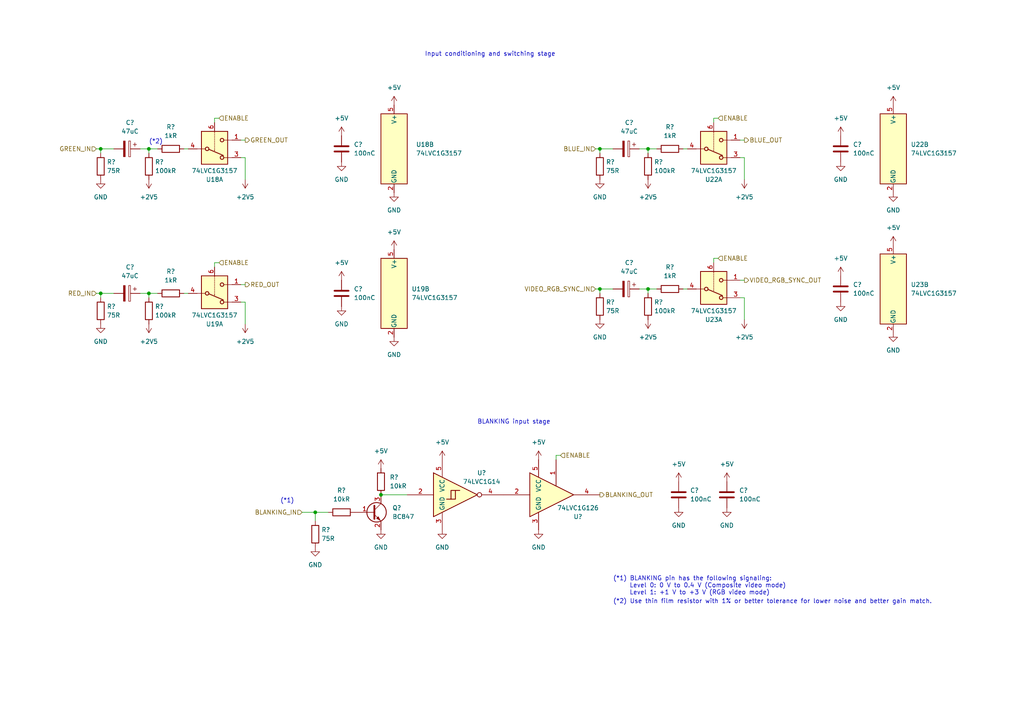
<source format=kicad_sch>
(kicad_sch (version 20230121) (generator eeschema)
  (paper "A4")
  (lib_symbols
    (symbol "74xGxx:74AHC1G126"
      (property "Reference" "U" (at -2.54 3.81 0))
      (property "Value" "74AHC1G126" (at 0 -3.81 0))
      (symbol "74AHC1G126_0_1"
        (polyline (pts (xy -7.62 6.35) (xy -7.62 -6.35) (xy 5.08 0) (xy -7.62 6.35)) (stroke (width 0.254)) (fill (type background)))
      )
      (symbol "74AHC1G126_1_1"
        (pin input line (at 0 10.16 270) (length 7.62) (name "~") (number "1"))
        (pin input line (at -15.24 0 0) (length 7.62) (name "~") (number "2"))
        (pin power_in line (at -5.08 -10.16 90) (length 5.08) (name "GND") (number "3"))
        (pin tri_state line (at 12.7 0 180) (length 7.62) (name "~") (number "4"))
        (pin power_in line (at -5.08 10.16 270) (length 5.08) (name "VCC") (number "5"))
      )
    )
    (symbol "74xGxx:74AHCT1G14"
      (property "Reference" "U" (at -2.54 3.81 0))
      (property "Value" "74AHCT1G14" (at 0 -3.81 0))
      (symbol "74AHCT1G14_0_1"
        (polyline (pts (xy -2.54 -1.27) (xy -1.27 -1.27) (xy -1.27 1.27)) (stroke (width 0.254)) (fill (type background)))
        (polyline (pts (xy -7.62 6.35) (xy -7.62 -6.35) (xy 5.08 0) (xy -7.62 6.35)) (stroke (width 0.254)) (fill (type background)))
        (polyline (pts (xy -3.81 -1.27) (xy -2.54 -1.27) (xy -2.54 1.27) (xy 0 1.27)) (stroke (width 0.254)) (fill (type background)))
      )
      (symbol "74AHCT1G14_1_1"
        (pin input line (at -15.24 0 0) (length 7.62) (name "~") (number "2"))
        (pin power_in line (at -5.08 -10.16 90) (length 5.08) (name "GND") (number "3"))
        (pin output inverted (at 12.7 0 180) (length 7.62) (name "~") (number "4"))
        (pin power_in line (at -5.08 10.16 270) (length 5.08) (name "VCC") (number "5"))
      )
    )
    (symbol "Analog_Switch:TS5A63157DBV" (pin_names (offset 0.127))
      (property "Reference" "U" (at -3.175 4.699 0))
      (property "Value" "TS5A63157DBV" (at -3.175 2.921 0))
      (symbol "TS5A63157DBV_1_1"
        (rectangle (start -3.81 1.905) (end 3.81 -7.62) (stroke (width 0.254)) (fill (type background)))
        (circle (center -2.159 -2.54) (radius 0.508) (stroke (width 0.254)))
        (polyline (pts (xy -5.08 -2.54) (xy -2.794 -2.54)))
        (polyline (pts (xy -1.651 -2.413) (xy 2.54 -0.635)) (stroke (width 0.254)))
        (polyline (pts (xy 0 -7.62) (xy 0 -7.112)))
        (polyline (pts (xy 0 -6.858) (xy 0 -6.604)))
        (polyline (pts (xy 0 -6.35) (xy 0 -6.096)))
        (polyline (pts (xy 0 -5.842) (xy 0 -5.588)))
        (polyline (pts (xy 0 -5.334) (xy 0 -5.08)))
        (polyline (pts (xy 0 -4.826) (xy 0 -4.572)))
        (polyline (pts (xy 0 -4.318) (xy 0 -4.064)))
        (polyline (pts (xy 0 -3.81) (xy 0 -3.556)))
        (polyline (pts (xy 0 -3.302) (xy 0 -3.048)))
        (polyline (pts (xy 0 -2.794) (xy 0 -2.54)))
        (polyline (pts (xy 0 -2.286) (xy 0 -2.032)))
        (polyline (pts (xy 0 -2.286) (xy 0 -2.032)))
        (polyline (pts (xy 5.08 -5.08) (xy 2.794 -5.08)))
        (polyline (pts (xy 5.08 0) (xy 2.794 0)))
        (circle (center 2.159 -5.08) (radius 0.508) (stroke (width 0.254)))
        (circle (center 2.159 0) (radius 0.508) (stroke (width 0.254)))
        (pin passive line (at 7.62 -5.08 180) (length 2.54) (name "~") (number "1"))
        (pin passive line (at 7.62 0 180) (length 2.54) (name "~") (number "3"))
        (pin passive line (at -7.62 -2.54 0) (length 2.54) (name "~") (number "4"))
        (pin input line (at 0 -10.16 90) (length 2.54) (name "~") (number "6"))
      )
      (symbol "TS5A63157DBV_2_0"
        (pin power_in line (at 0 -12.7 90) (length 2.54) (name "GND") (number "2"))
        (pin power_in line (at 0 12.7 270) (length 2.54) (name "V+") (number "5"))
      )
      (symbol "TS5A63157DBV_2_1"
        (rectangle (start -3.81 10.16) (end 3.81 -10.16) (stroke (width 0.254)) (fill (type background)))
      )
    )
    (symbol "Device:C" (pin_numbers hide) (pin_names (offset 0.254))
      (property "Reference" "C" (at 0.635 2.54 0))
      (property "Value" "C" (at 0.635 -2.54 0))
      (symbol "C_0_1"
        (polyline (pts (xy -2.032 -0.762) (xy 2.032 -0.762)) (stroke (width 0.508)))
        (polyline (pts (xy -2.032 0.762) (xy 2.032 0.762)) (stroke (width 0.508)))
      )
      (symbol "C_1_1"
        (pin passive line (at 0 3.81 270) (length 2.794) (name "~") (number "1"))
        (pin passive line (at 0 -3.81 90) (length 2.794) (name "~") (number "2"))
      )
    )
    (symbol "Device:C_Polarized" (pin_numbers hide) (pin_names (offset 0.254))
      (property "Reference" "C" (at 0.635 2.54 0))
      (property "Value" "C_Polarized" (at 0.635 -2.54 0))
      (symbol "C_Polarized_0_1"
        (rectangle (start -2.286 0.508) (end 2.286 1.016))
        (polyline (pts (xy -1.778 2.286) (xy -0.762 2.286)))
        (polyline (pts (xy -1.27 2.794) (xy -1.27 1.778)))
        (rectangle (start 2.286 -0.508) (end -2.286 -1.016) (fill (type outline)))
      )
      (symbol "C_Polarized_1_1"
        (pin passive line (at 0 3.81 270) (length 2.794) (name "~") (number "1"))
        (pin passive line (at 0 -3.81 90) (length 2.794) (name "~") (number "2"))
      )
    )
    (symbol "Device:R" (pin_numbers hide) (pin_names (offset 0))
      (property "Reference" "R" (at 2.032 0 90))
      (property "Value" "R" (at 0 0 90))
      (symbol "R_0_1"
        (rectangle (start -1.016 -2.54) (end 1.016 2.54) (stroke (width 0.254)))
      )
      (symbol "R_1_1"
        (pin passive line (at 0 3.81 270) (length 1.27) (name "~") (number "1"))
        (pin passive line (at 0 -3.81 90) (length 1.27) (name "~") (number "2"))
      )
    )
    (symbol "Transistor_BJT:BC847" (pin_names (offset 0) hide)
      (property "Reference" "Q" (at 5.08 1.905 0))
      (property "Value" "BC847" (at 5.08 0 0))
      (symbol "BC847_0_1"
        (polyline (pts (xy 0.635 0.635) (xy 2.54 2.54)))
        (polyline (pts (xy 0.635 -0.635) (xy 2.54 -2.54) (xy 2.54 -2.54)))
        (polyline (pts (xy 0.635 1.905) (xy 0.635 -1.905) (xy 0.635 -1.905)) (stroke (width 0.508)))
        (polyline (pts (xy 1.27 -1.778) (xy 1.778 -1.27) (xy 2.286 -2.286) (xy 1.27 -1.778) (xy 1.27 -1.778)) (fill (type outline)))
        (circle (center 1.27 0) (radius 2.8194) (stroke (width 0.254)))
      )
      (symbol "BC847_1_1"
        (pin input line (at -5.08 0 0) (length 5.715) (name "B") (number "1"))
        (pin passive line (at 2.54 -5.08 90) (length 2.54) (name "E") (number "2"))
        (pin passive line (at 2.54 5.08 270) (length 2.54) (name "C") (number "3"))
      )
    )
    (symbol "power:+2V5" (power) (pin_names (offset 0))
      (property "Value" "+2V5" (at 0 3.556 0))
      (symbol "+2V5_0_1"
        (polyline (pts (xy -0.762 1.27) (xy 0 2.54)))
        (polyline (pts (xy 0 0) (xy 0 2.54)))
        (polyline (pts (xy 0 2.54) (xy 0.762 1.27)))
      )
      (symbol "+2V5_1_1"
        (pin power_in line (at 0 0 90) (length 0) hide (name "+2V5") (number "1"))
      )
    )
    (symbol "power:+5V" (power) (pin_names (offset 0))
      (property "Value" "+5V" (at 0 3.556 0))
      (symbol "+5V_0_1"
        (polyline (pts (xy -0.762 1.27) (xy 0 2.54)))
        (polyline (pts (xy 0 0) (xy 0 2.54)))
        (polyline (pts (xy 0 2.54) (xy 0.762 1.27)))
      )
      (symbol "+5V_1_1"
        (pin power_in line (at 0 0 90) (length 0) hide (name "+5V") (number "1"))
      )
    )
    (symbol "power:GND" (power) (pin_names (offset 0))
      (property "Value" "GND" (at 0 -3.81 0))
      (symbol "GND_0_1"
        (polyline (pts (xy 0 0) (xy 0 -1.27) (xy 1.27 -1.27) (xy 0 -2.54) (xy -1.27 -1.27) (xy 0 -1.27)))
      )
      (symbol "GND_1_1"
        (pin power_in line (at 0 0 270) (length 0) hide (name "GND") (number "1"))
      )
    )
  )
  (junction (at 43.18 85.09))
  (junction (at 43.18 43.18))
  (junction (at 29.21 43.18))
  (junction (at 187.96 43.18))
  (junction (at 187.96 83.82))
  (junction (at 91.44 148.59))
  (junction (at 173.99 83.82))
  (junction (at 173.99 43.18))
  (junction (at 29.21 85.09))
  (junction (at 110.49 143.51))
  (wire (pts (xy 214.63 45.72) (xy 215.9 45.72)))
  (wire (pts (xy 187.96 43.18) (xy 190.5 43.18)))
  (wire (pts (xy 172.72 83.82) (xy 173.99 83.82)))
  (wire (pts (xy 29.21 85.09) (xy 29.21 86.36)))
  (wire (pts (xy 62.23 76.2) (xy 63.5 76.2)))
  (wire (pts (xy 43.18 85.09) (xy 43.18 86.36)))
  (wire (pts (xy 187.96 83.82) (xy 187.96 85.09)))
  (wire (pts (xy 27.94 43.18) (xy 29.21 43.18)))
  (wire (pts (xy 110.49 143.51) (xy 118.11 143.51)))
  (wire (pts (xy 185.42 83.82) (xy 187.96 83.82)))
  (wire (pts (xy 207.01 74.93) (xy 207.01 76.2)))
  (wire (pts (xy 173.99 83.82) (xy 177.8 83.82)))
  (wire (pts (xy 207.01 34.29) (xy 207.01 35.56)))
  (wire (pts (xy 95.25 148.59) (xy 91.44 148.59)))
  (wire (pts (xy 162.56 132.08) (xy 161.29 132.08)))
  (wire (pts (xy 173.99 43.18) (xy 177.8 43.18)))
  (wire (pts (xy 40.64 85.09) (xy 43.18 85.09)))
  (wire (pts (xy 43.18 43.18) (xy 43.18 44.45)))
  (wire (pts (xy 69.85 45.72) (xy 71.12 45.72)))
  (wire (pts (xy 71.12 45.72) (xy 71.12 52.07)))
  (wire (pts (xy 53.34 43.18) (xy 54.61 43.18)))
  (wire (pts (xy 43.18 85.09) (xy 45.72 85.09)))
  (wire (pts (xy 215.9 45.72) (xy 215.9 52.07)))
  (wire (pts (xy 173.99 43.18) (xy 173.99 44.45)))
  (wire (pts (xy 173.99 83.82) (xy 173.99 85.09)))
  (wire (pts (xy 27.94 85.09) (xy 29.21 85.09)))
  (wire (pts (xy 185.42 43.18) (xy 187.96 43.18)))
  (wire (pts (xy 215.9 86.36) (xy 215.9 92.71)))
  (wire (pts (xy 62.23 34.29) (xy 62.23 35.56)))
  (wire (pts (xy 187.96 43.18) (xy 187.96 44.45)))
  (wire (pts (xy 29.21 85.09) (xy 33.02 85.09)))
  (wire (pts (xy 69.85 40.64) (xy 71.12 40.64)))
  (wire (pts (xy 198.12 43.18) (xy 199.39 43.18)))
  (wire (pts (xy 40.64 43.18) (xy 43.18 43.18)))
  (wire (pts (xy 214.63 40.64) (xy 215.9 40.64)))
  (wire (pts (xy 29.21 43.18) (xy 33.02 43.18)))
  (wire (pts (xy 161.29 132.08) (xy 161.29 133.35)))
  (wire (pts (xy 87.63 148.59) (xy 91.44 148.59)))
  (wire (pts (xy 187.96 83.82) (xy 190.5 83.82)))
  (wire (pts (xy 62.23 34.29) (xy 63.5 34.29)))
  (wire (pts (xy 69.85 87.63) (xy 71.12 87.63)))
  (wire (pts (xy 214.63 81.28) (xy 215.9 81.28)))
  (wire (pts (xy 172.72 43.18) (xy 173.99 43.18)))
  (wire (pts (xy 62.23 76.2) (xy 62.23 77.47)))
  (wire (pts (xy 207.01 74.93) (xy 208.28 74.93)))
  (wire (pts (xy 214.63 86.36) (xy 215.9 86.36)))
  (wire (pts (xy 43.18 43.18) (xy 45.72 43.18)))
  (wire (pts (xy 71.12 87.63) (xy 71.12 93.98)))
  (wire (pts (xy 29.21 43.18) (xy 29.21 44.45)))
  (wire (pts (xy 91.44 148.59) (xy 91.44 151.13)))
  (wire (pts (xy 198.12 83.82) (xy 199.39 83.82)))
  (wire (pts (xy 207.01 34.29) (xy 208.28 34.29)))
  (wire (pts (xy 69.85 82.55) (xy 71.12 82.55)))
  (wire (pts (xy 53.34 85.09) (xy 54.61 85.09)))
  (text "Input conditioning and switching stage" (at 123.19 16.51 0) (effects (font (size 1.27 1.27)) (justify left bottom)))
  (text "(*1)" (at 81.28 146.05 0) (effects (font (size 1.27 1.27)) (justify left bottom)))
  (text "(*2) Use thin film resistor with 1% or better tolerance for lower noise and better gain match." (at 177.8 175.26 0) (effects (font (size 1.27 1.27)) (justify left bottom)))
  (text "(*2)" (at 43.18 41.91 0) (effects (font (size 1.27 1.27)) (justify left bottom)))
  (text "(*1) BLANKING pin has the following signaling:\n	Level 0: 0 V to 0.4 V (Composite video mode)\n	Level 1: +1 V to +3 V (RGB video mode)" (at 177.8 172.72 0) (effects (font (size 1.27 1.27)) (justify left bottom)))
  (text "BLANKING input stage" (at 138.43 123.19 0) (effects (font (size 1.27 1.27)) (justify left bottom)))
  (hierarchical_label "ENABLE" (shape input) (at 63.5 34.29 0))
  (hierarchical_label "RED_OUT" (shape output) (at 71.12 82.55 0))
  (hierarchical_label "RED_IN" (shape input) (at 27.94 85.09 180))
  (hierarchical_label "GREEN_OUT" (shape output) (at 71.12 40.64 0))
  (hierarchical_label "BLANKING_OUT" (shape output) (at 173.99 143.51 0))
  (hierarchical_label "ENABLE" (shape input) (at 208.28 74.93 0))
  (hierarchical_label "ENABLE" (shape input) (at 162.56 132.08 0))
  (hierarchical_label "BLUE_OUT" (shape output) (at 215.9 40.64 0))
  (hierarchical_label "BLANKING_IN" (shape input) (at 87.63 148.59 180))
  (hierarchical_label "VIDEO_RGB_SYNC_OUT" (shape output) (at 215.9 81.28 0))
  (hierarchical_label "ENABLE" (shape input) (at 63.5 76.2 0))
  (hierarchical_label "GREEN_IN" (shape input) (at 27.94 43.18 180))
  (hierarchical_label "ENABLE" (shape input) (at 208.28 34.29 0))
  (hierarchical_label "VIDEO_RGB_SYNC_IN" (shape input) (at 172.72 83.82 180))
  (hierarchical_label "BLUE_IN" (shape input) (at 172.72 43.18 180))
  (symbol (lib_id "power:+2V5") (at 71.12 52.07 180) (unit 1)
    (property "Reference" "#PWR0144" (effects hide))
    (property "Value" "+2V5" (at 71.12 57.15 0))
    (instances (project "SCART_switcher_input" (path "" (reference "#PWR0144") (unit 1)) (path "" (reference "#PWR0183") (unit 1)) (path "" (reference "#PWR0239") (unit 1))))
  )
  (symbol (lib_id "power:+5V") (at 110.49 135.89 0) (unit 1)
    (property "Reference" "#PWR?" (effects hide))
    (property "Value" "+5V" (at 110.49 130.81 0))
    (instances (project "SCART_switcher_input" (path "" (reference "#PWR?") (unit 1)) (path "" (reference "#PWR?") (unit 1)) (path "" (reference "#PWR?") (unit 1)) (path "" (reference "#PWR0151") (unit 1)) (path "" (reference "#PWR0190") (unit 1)) (path "" (reference "#PWR0246") (unit 1))))
  )
  (symbol (lib_id "Device:R") (at 194.31 83.82 90) (unit 1)
    (property "Reference" "R?" (at 194.31 77.47 90))
    (property "Value" "1kR" (at 194.31 80.01 90))
    (property "Footprint" "Resistor_SMD:R_0805_2012Metric" (effects hide))
    (instances (project "SCART_switcher_input" (path "" (reference "R?") (unit 1)) (path "" (reference "R?") (unit 1)) (path "" (reference "R?") (unit 1)) (path "" (reference "R?") (unit 1)) (path "" (reference "R?") (unit 1)) (path "" (reference "R?") (unit 1)) (path "" (reference "R52") (unit 1)) (path "" (reference "R67") (unit 1)) (path "" (reference "R95") (unit 1))))
  )
  (symbol (lib_id "Device:R") (at 43.18 90.17 0) (unit 1)
    (property "Reference" "R?" (at 44.958 88.9 0) (effects (justify left)))
    (property "Value" "100kR" (at 44.958 91.44 0) (effects (justify left)))
    (property "Footprint" "Resistor_SMD:R_0805_2012Metric" (effects hide))
    (instances (project "SCART_switcher_input" (path "" (reference "R?") (unit 1)) (path "" (reference "R?") (unit 1)) (path "" (reference "R?") (unit 1)) (path "" (reference "R?") (unit 1)) (path "" (reference "R?") (unit 1)) (path "" (reference "R?") (unit 1)) (path "" (reference "R41") (unit 1)) (path "" (reference "R56") (unit 1)) (path "" (reference "R84") (unit 1))))
  )
  (symbol (lib_id "Device:C_Polarized") (at 181.61 83.82 270) (unit 1)
    (property "Reference" "C?" (at 182.499 76.2 90))
    (property "Value" "47uC" (at 182.499 78.74 90))
    (property "Footprint" "Capacitor_SMD:CP_Elec_4x5.8" (effects hide))
    (property "Datasheet" "https://datasheet.lcsc.com/lcsc/2304140030_PANASONIC-EEEFK1C470SR_C401706.pdf" (effects hide))
    (property "MPN" "EEEFK1C470SR" (effects hide))
    (property "Status" "OK" (effects hide))
    (instances (project "SCART_switcher_input" (path "" (reference "C?") (unit 1)) (path "" (reference "C?") (unit 1)) (path "" (reference "C?") (unit 1)) (path "" (reference "C29") (unit 1)) (path "" (reference "C39") (unit 1)) (path "" (reference "C54") (unit 1))))
  )
  (symbol (lib_id "power:GND") (at 210.82 147.32 0) (unit 1)
    (property "Reference" "#PWR?" (effects hide))
    (property "Value" "GND" (at 210.82 152.4 0))
    (instances (project "SCART_switcher_input" (path "" (reference "#PWR?") (unit 1)) (path "" (reference "#PWR?") (unit 1)) (path "" (reference "#PWR?") (unit 1)) (path "" (reference "#PWR0168") (unit 1)) (path "" (reference "#PWR0207") (unit 1)) (path "" (reference "#PWR0263") (unit 1))))
  )
  (symbol (lib_id "power:+2V5") (at 187.96 52.07 180) (unit 1)
    (property "Reference" "#PWR0163" (effects hide))
    (property "Value" "+2V5" (at 187.96 57.15 0))
    (instances (project "SCART_switcher_input" (path "" (reference "#PWR0163") (unit 1)) (path "" (reference "#PWR0202") (unit 1)) (path "" (reference "#PWR0258") (unit 1))))
  )
  (symbol (lib_id "power:GND") (at 243.84 87.63 0) (unit 1)
    (property "Reference" "#PWR?" (effects hide))
    (property "Value" "GND" (at 243.84 92.71 0))
    (instances (project "SCART_switcher_input" (path "" (reference "#PWR?") (unit 1)) (path "" (reference "#PWR?") (unit 1)) (path "" (reference "#PWR?") (unit 1)) (path "" (reference "#PWR0174") (unit 1)) (path "" (reference "#PWR0213") (unit 1)) (path "" (reference "#PWR0269") (unit 1))))
  )
  (symbol (lib_id "power:GND") (at 110.49 153.67 0) (unit 1)
    (property "Reference" "#PWR?" (effects hide))
    (property "Value" "GND" (at 110.49 158.75 0))
    (instances (project "SCART_switcher_input" (path "" (reference "#PWR?") (unit 1)) (path "" (reference "#PWR?") (unit 1)) (path "" (reference "#PWR?") (unit 1)) (path "" (reference "#PWR0152") (unit 1)) (path "" (reference "#PWR0191") (unit 1)) (path "" (reference "#PWR0247") (unit 1))))
  )
  (symbol (lib_id "power:+5V") (at 196.85 139.7 0) (unit 1)
    (property "Reference" "#PWR?" (effects hide))
    (property "Value" "+5V" (at 196.85 134.62 0))
    (instances (project "SCART_switcher_input" (path "" (reference "#PWR?") (unit 1)) (path "" (reference "#PWR?") (unit 1)) (path "" (reference "#PWR?") (unit 1)) (path "" (reference "#PWR0165") (unit 1)) (path "" (reference "#PWR0204") (unit 1)) (path "" (reference "#PWR0260") (unit 1))))
  )
  (symbol (lib_id "power:GND") (at 259.08 96.52 0) (unit 1)
    (property "Reference" "#PWR?" (effects hide))
    (property "Value" "GND" (at 259.08 101.6 0))
    (instances (project "SCART_switcher_input" (path "" (reference "#PWR?") (unit 1)) (path "" (reference "#PWR?") (unit 1)) (path "" (reference "#PWR?") (unit 1)) (path "" (reference "#PWR0178") (unit 1)) (path "" (reference "#PWR0217") (unit 1)) (path "" (reference "#PWR0273") (unit 1))))
  )
  (symbol (lib_id "Device:R") (at 110.49 139.7 0) (unit 1)
    (property "Reference" "R?" (at 113.03 138.43 0) (effects (justify left)))
    (property "Value" "10kR" (at 113.03 140.97 0) (effects (justify left)))
    (property "Footprint" "Resistor_SMD:R_0805_2012Metric" (effects hide))
    (property "Datasheet" "https://datasheet.lcsc.com/lcsc/1810201611_YAGEO-RC0805FR-0710KL_C84376.pdf" (effects hide))
    (property "MPN" "RC0805FR-0710KL" (effects hide))
    (instances (project "SCART_switcher_input" (path "" (reference "R?") (unit 1)) (path "" (reference "R?") (unit 1)) (path "" (reference "R?") (unit 1)) (path "" (reference "R46") (unit 1)) (path "" (reference "R61") (unit 1)) (path "" (reference "R89") (unit 1))))
  )
  (symbol (lib_id "Device:R") (at 49.53 85.09 90) (unit 1)
    (property "Reference" "R?" (at 49.53 78.74 90))
    (property "Value" "1kR" (at 49.53 81.28 90))
    (property "Footprint" "Resistor_SMD:R_0805_2012Metric" (effects hide))
    (instances (project "SCART_switcher_input" (path "" (reference "R?") (unit 1)) (path "" (reference "R?") (unit 1)) (path "" (reference "R?") (unit 1)) (path "" (reference "R?") (unit 1)) (path "" (reference "R?") (unit 1)) (path "" (reference "R?") (unit 1)) (path "" (reference "R43") (unit 1)) (path "" (reference "R58") (unit 1)) (path "" (reference "R86") (unit 1))))
  )
  (symbol (lib_id "Device:R") (at 29.21 48.26 0) (unit 1)
    (property "Reference" "R?" (at 30.988 46.99 0) (effects (justify left)))
    (property "Value" "75R" (at 30.988 49.53 0) (effects (justify left)))
    (property "Footprint" "Resistor_SMD:R_1210_3225Metric" (effects hide))
    (instances (project "SCART_switcher_input" (path "" (reference "R?") (unit 1)) (path "" (reference "R?") (unit 1)) (path "" (reference "R?") (unit 1)) (path "" (reference "R38") (unit 1)) (path "" (reference "R53") (unit 1)) (path "" (reference "R81") (unit 1))))
  )
  (symbol (lib_id "power:GND") (at 173.99 52.07 0) (unit 1)
    (property "Reference" "#PWR?" (effects hide))
    (property "Value" "GND" (at 173.99 57.15 0))
    (instances (project "SCART_switcher_input" (path "" (reference "#PWR?") (unit 1)) (path "" (reference "#PWR?") (unit 1)) (path "" (reference "#PWR?") (unit 1)) (path "" (reference "#PWR0161") (unit 1)) (path "" (reference "#PWR0200") (unit 1)) (path "" (reference "#PWR0256") (unit 1))))
  )
  (symbol (lib_id "Analog_Switch:TS5A63157DBV") (at 114.3 43.18 0) (unit 2)
    (property "Reference" "U18" (at 120.65 41.91 0) (effects (justify left)))
    (property "Value" "74LVC1G3157" (at 120.65 44.45 0) (effects (justify left)))
    (property "Footprint" "Package_TO_SOT_SMD:SOT-363_SC-70-6" (effects hide))
    (property "Datasheet" "https://datasheet.lcsc.com/lcsc/1811031937_Texas-Instruments-SN74LVC1G3157DCKR_C38663.pdf" (effects hide))
    (property "MPN" "SN74LVC1G3157DCKR" (effects hide))
    (property "Status" "OK" (effects hide))
    (instances (project "SCART_switcher_input" (path "" (reference "U18") (unit 2)) (path "" (reference "U24") (unit 2)) (path "" (reference "U31") (unit 2))))
  )
  (symbol (lib_id "power:+2V5") (at 215.9 92.71 180) (unit 1)
    (property "Reference" "#PWR0170" (effects hide))
    (property "Value" "+2V5" (at 215.9 97.79 0))
    (instances (project "SCART_switcher_input" (path "" (reference "#PWR0170") (unit 1)) (path "" (reference "#PWR0209") (unit 1)) (path "" (reference "#PWR0265") (unit 1))))
  )
  (symbol (lib_id "power:+5V") (at 99.06 81.28 0) (unit 1)
    (property "Reference" "#PWR?" (effects hide))
    (property "Value" "+5V" (at 99.06 76.2 0))
    (instances (project "SCART_switcher_input" (path "" (reference "#PWR?") (unit 1)) (path "" (reference "#PWR?") (unit 1)) (path "" (reference "#PWR?") (unit 1)) (path "" (reference "#PWR0149") (unit 1)) (path "" (reference "#PWR0188") (unit 1)) (path "" (reference "#PWR0244") (unit 1))))
  )
  (symbol (lib_id "power:+2V5") (at 215.9 52.07 180) (unit 1)
    (property "Reference" "#PWR0169" (effects hide))
    (property "Value" "+2V5" (at 215.9 57.15 0))
    (instances (project "SCART_switcher_input" (path "" (reference "#PWR0169") (unit 1)) (path "" (reference "#PWR0208") (unit 1)) (path "" (reference "#PWR0264") (unit 1))))
  )
  (symbol (lib_id "Device:R") (at 91.44 154.94 0) (unit 1)
    (property "Reference" "R?" (at 93.218 153.67 0) (effects (justify left)))
    (property "Value" "75R" (at 93.218 156.21 0) (effects (justify left)))
    (property "Footprint" "Resistor_SMD:R_1210_3225Metric" (effects hide))
    (instances (project "SCART_switcher_input" (path "" (reference "R?") (unit 1)) (path "" (reference "R?") (unit 1)) (path "" (reference "R?") (unit 1)) (path "" (reference "R44") (unit 1)) (path "" (reference "R59") (unit 1)) (path "" (reference "R87") (unit 1))))
  )
  (symbol (lib_id "power:+5V") (at 114.3 30.48 0) (unit 1)
    (property "Reference" "#PWR?" (effects hide))
    (property "Value" "+5V" (at 114.3 25.4 0))
    (instances (project "SCART_switcher_input" (path "" (reference "#PWR?") (unit 1)) (path "" (reference "#PWR?") (unit 1)) (path "" (reference "#PWR?") (unit 1)) (path "" (reference "#PWR0153") (unit 1)) (path "" (reference "#PWR0192") (unit 1)) (path "" (reference "#PWR0248") (unit 1))))
  )
  (symbol (lib_id "Device:C_Polarized") (at 181.61 43.18 270) (unit 1)
    (property "Reference" "C?" (at 182.499 35.56 90))
    (property "Value" "47uC" (at 182.499 38.1 90))
    (property "Footprint" "Capacitor_SMD:CP_Elec_4x5.8" (effects hide))
    (property "Datasheet" "https://datasheet.lcsc.com/lcsc/2304140030_PANASONIC-EEEFK1C470SR_C401706.pdf" (effects hide))
    (property "MPN" "EEEFK1C470SR" (effects hide))
    (property "Status" "OK" (effects hide))
    (instances (project "SCART_switcher_input" (path "" (reference "C?") (unit 1)) (path "" (reference "C?") (unit 1)) (path "" (reference "C?") (unit 1)) (path "" (reference "C28") (unit 1)) (path "" (reference "C38") (unit 1)) (path "" (reference "C53") (unit 1))))
  )
  (symbol (lib_id "power:GND") (at 29.21 52.07 0) (unit 1)
    (property "Reference" "#PWR?" (effects hide))
    (property "Value" "GND" (at 29.21 57.15 0))
    (instances (project "SCART_switcher_input" (path "" (reference "#PWR?") (unit 1)) (path "" (reference "#PWR?") (unit 1)) (path "" (reference "#PWR?") (unit 1)) (path "" (reference "#PWR0140") (unit 1)) (path "" (reference "#PWR0179") (unit 1)) (path "" (reference "#PWR0235") (unit 1))))
  )
  (symbol (lib_id "Analog_Switch:TS5A63157DBV") (at 62.23 45.72 0) (mirror x) (unit 1)
    (property "Reference" "U18" (at 62.23 52.07 0))
    (property "Value" "74LVC1G3157" (at 62.23 49.53 0))
    (property "Footprint" "Package_TO_SOT_SMD:SOT-363_SC-70-6" (effects hide))
    (property "Datasheet" "https://datasheet.lcsc.com/lcsc/1811031937_Texas-Instruments-SN74LVC1G3157DCKR_C38663.pdf" (effects hide))
    (property "MPN" "SN74LVC1G3157DCKR" (effects hide))
    (property "Status" "OK" (effects hide))
    (instances (project "SCART_switcher_input" (path "" (reference "U18") (unit 1)) (path "" (reference "U24") (unit 1)) (path "" (reference "U31") (unit 1))))
  )
  (symbol (lib_id "Analog_Switch:TS5A63157DBV") (at 259.08 43.18 0) (unit 2)
    (property "Reference" "U22" (at 264.16 41.91 0) (effects (justify left)))
    (property "Value" "74LVC1G3157" (at 264.16 44.45 0) (effects (justify left)))
    (property "Footprint" "Package_TO_SOT_SMD:SOT-363_SC-70-6" (effects hide))
    (property "Datasheet" "https://datasheet.lcsc.com/lcsc/1811031937_Texas-Instruments-SN74LVC1G3157DCKR_C38663.pdf" (effects hide))
    (property "MPN" "SN74LVC1G3157DCKR" (effects hide))
    (property "Status" "OK" (effects hide))
    (instances (project "SCART_switcher_input" (path "" (reference "U22") (unit 2)) (path "" (reference "U28") (unit 2)) (path "" (reference "U35") (unit 2))))
  )
  (symbol (lib_id "power:+2V5") (at 43.18 93.98 180) (unit 1)
    (property "Reference" "#PWR0143" (effects hide))
    (property "Value" "+2V5" (at 43.18 99.06 0))
    (instances (project "SCART_switcher_input" (path "" (reference "#PWR0143") (unit 1)) (path "" (reference "#PWR0182") (unit 1)) (path "" (reference "#PWR0238") (unit 1))))
  )
  (symbol (lib_id "power:+5V") (at 156.21 133.35 0) (unit 1)
    (property "Reference" "#PWR?" (effects hide))
    (property "Value" "+5V" (at 156.21 128.27 0))
    (instances (project "SCART_switcher_input" (path "" (reference "#PWR?") (unit 1)) (path "" (reference "#PWR?") (unit 1)) (path "" (reference "#PWR?") (unit 1)) (path "" (reference "#PWR0159") (unit 1)) (path "" (reference "#PWR0198") (unit 1)) (path "" (reference "#PWR0254") (unit 1))))
  )
  (symbol (lib_id "power:GND") (at 128.27 153.67 0) (unit 1)
    (property "Reference" "#PWR?" (effects hide))
    (property "Value" "GND" (at 128.27 158.75 0))
    (instances (project "SCART_switcher_input" (path "" (reference "#PWR?") (unit 1)) (path "" (reference "#PWR?") (unit 1)) (path "" (reference "#PWR?") (unit 1)) (path "" (reference "#PWR0158") (unit 1)) (path "" (reference "#PWR0197") (unit 1)) (path "" (reference "#PWR0253") (unit 1))))
  )
  (symbol (lib_id "Device:R") (at 173.99 48.26 0) (unit 1)
    (property "Reference" "R?" (at 175.768 46.99 0) (effects (justify left)))
    (property "Value" "75R" (at 175.768 49.53 0) (effects (justify left)))
    (property "Footprint" "Resistor_SMD:R_1210_3225Metric" (effects hide))
    (instances (project "SCART_switcher_input" (path "" (reference "R?") (unit 1)) (path "" (reference "R?") (unit 1)) (path "" (reference "R?") (unit 1)) (path "" (reference "R47") (unit 1)) (path "" (reference "R62") (unit 1)) (path "" (reference "R90") (unit 1))))
  )
  (symbol (lib_id "power:+2V5") (at 71.12 93.98 180) (unit 1)
    (property "Reference" "#PWR0145" (effects hide))
    (property "Value" "+2V5" (at 71.12 99.06 0))
    (instances (project "SCART_switcher_input" (path "" (reference "#PWR0145") (unit 1)) (path "" (reference "#PWR0184") (unit 1)) (path "" (reference "#PWR0240") (unit 1))))
  )
  (symbol (lib_id "Device:R") (at 187.96 88.9 0) (unit 1)
    (property "Reference" "R?" (at 189.738 87.63 0) (effects (justify left)))
    (property "Value" "100kR" (at 189.738 90.17 0) (effects (justify left)))
    (property "Footprint" "Resistor_SMD:R_0805_2012Metric" (effects hide))
    (instances (project "SCART_switcher_input" (path "" (reference "R?") (unit 1)) (path "" (reference "R?") (unit 1)) (path "" (reference "R?") (unit 1)) (path "" (reference "R?") (unit 1)) (path "" (reference "R?") (unit 1)) (path "" (reference "R?") (unit 1)) (path "" (reference "R50") (unit 1)) (path "" (reference "R65") (unit 1)) (path "" (reference "R93") (unit 1))))
  )
  (symbol (lib_id "Device:R") (at 49.53 43.18 90) (unit 1)
    (property "Reference" "R?" (at 49.53 36.83 90))
    (property "Value" "1kR" (at 49.53 39.37 90))
    (property "Footprint" "Resistor_SMD:R_0805_2012Metric" (effects hide))
    (instances (project "SCART_switcher_input" (path "" (reference "R?") (unit 1)) (path "" (reference "R?") (unit 1)) (path "" (reference "R?") (unit 1)) (path "" (reference "R?") (unit 1)) (path "" (reference "R?") (unit 1)) (path "" (reference "R?") (unit 1)) (path "" (reference "R42") (unit 1)) (path "" (reference "R57") (unit 1)) (path "" (reference "R85") (unit 1))))
  )
  (symbol (lib_id "Analog_Switch:TS5A63157DBV") (at 114.3 85.09 0) (unit 2)
    (property "Reference" "U19" (at 119.38 83.82 0) (effects (justify left)))
    (property "Value" "74LVC1G3157" (at 119.38 86.36 0) (effects (justify left)))
    (property "Footprint" "Package_TO_SOT_SMD:SOT-363_SC-70-6" (effects hide))
    (property "Datasheet" "https://datasheet.lcsc.com/lcsc/1811031937_Texas-Instruments-SN74LVC1G3157DCKR_C38663.pdf" (effects hide))
    (property "MPN" "SN74LVC1G3157DCKR" (effects hide))
    (property "Status" "OK" (effects hide))
    (instances (project "SCART_switcher_input" (path "" (reference "U19") (unit 2)) (path "" (reference "U25") (unit 2)) (path "" (reference "U32") (unit 2))))
  )
  (symbol (lib_id "Device:C") (at 99.06 85.09 0) (unit 1)
    (property "Reference" "C?" (at 102.616 83.82 0) (effects (justify left)))
    (property "Value" "100nC" (at 102.616 86.36 0) (effects (justify left)))
    (property "Footprint" "Capacitor_SMD:C_0805_2012Metric" (effects hide))
    (property "Datasheet" "https://datasheet.lcsc.com/lcsc/1810191215_Samsung-Electro-Mechanics-CL21B104KBCNNNC_C1711.pdf" (effects hide))
    (property "MPN" "CL21B104KBCNNNC" (effects hide))
    (instances (project "SCART_switcher_input" (path "" (reference "C?") (unit 1)) (path "" (reference "C?") (unit 1)) (path "" (reference "C?") (unit 1)) (path "" (reference "C27") (unit 1)) (path "" (reference "C37") (unit 1)) (path "" (reference "C52") (unit 1))))
  )
  (symbol (lib_id "Device:C_Polarized") (at 36.83 85.09 270) (unit 1)
    (property "Reference" "C?" (at 37.719 77.47 90))
    (property "Value" "47uC" (at 37.719 80.01 90))
    (property "Footprint" "Capacitor_SMD:CP_Elec_4x5.8" (effects hide))
    (property "Datasheet" "https://datasheet.lcsc.com/lcsc/2304140030_PANASONIC-EEEFK1C470SR_C401706.pdf" (effects hide))
    (property "MPN" "EEEFK1C470SR" (effects hide))
    (property "Status" "OK" (effects hide))
    (instances (project "SCART_switcher_input" (path "" (reference "C?") (unit 1)) (path "" (reference "C?") (unit 1)) (path "" (reference "C?") (unit 1)) (path "" (reference "C25") (unit 1)) (path "" (reference "C35") (unit 1)) (path "" (reference "C50") (unit 1))))
  )
  (symbol (lib_id "power:+5V") (at 210.82 139.7 0) (unit 1)
    (property "Reference" "#PWR?" (effects hide))
    (property "Value" "+5V" (at 210.82 134.62 0))
    (instances (project "SCART_switcher_input" (path "" (reference "#PWR?") (unit 1)) (path "" (reference "#PWR?") (unit 1)) (path "" (reference "#PWR?") (unit 1)) (path "" (reference "#PWR0167") (unit 1)) (path "" (reference "#PWR0206") (unit 1)) (path "" (reference "#PWR0262") (unit 1))))
  )
  (symbol (lib_id "Device:C") (at 196.85 143.51 0) (unit 1)
    (property "Reference" "C?" (at 200.152 142.24 0) (effects (justify left)))
    (property "Value" "100nC" (at 200.152 144.78 0) (effects (justify left)))
    (property "Footprint" "Capacitor_SMD:C_0805_2012Metric" (effects hide))
    (property "Datasheet" "https://datasheet.lcsc.com/lcsc/1810191215_Samsung-Electro-Mechanics-CL21B104KBCNNNC_C1711.pdf" (effects hide))
    (property "MPN" "CL21B104KBCNNNC" (effects hide))
    (instances (project "SCART_switcher_input" (path "" (reference "C?") (unit 1)) (path "" (reference "C?") (unit 1)) (path "" (reference "C?") (unit 1)) (path "" (reference "C30") (unit 1)) (path "" (reference "C40") (unit 1)) (path "" (reference "C55") (unit 1))))
  )
  (symbol (lib_id "power:GND") (at 99.06 88.9 0) (unit 1)
    (property "Reference" "#PWR?" (effects hide))
    (property "Value" "GND" (at 99.06 93.98 0))
    (instances (project "SCART_switcher_input" (path "" (reference "#PWR?") (unit 1)) (path "" (reference "#PWR?") (unit 1)) (path "" (reference "#PWR?") (unit 1)) (path "" (reference "#PWR0150") (unit 1)) (path "" (reference "#PWR0189") (unit 1)) (path "" (reference "#PWR0245") (unit 1))))
  )
  (symbol (lib_id "Transistor_BJT:BC847") (at 107.95 148.59 0) (unit 1)
    (property "Reference" "Q?" (at 113.792 147.32 0) (effects (justify left)))
    (property "Value" "BC847" (at 113.792 149.86 0) (effects (justify left)))
    (property "Footprint" "Package_TO_SOT_SMD:SOT-23" (effects hide))
    (property "Datasheet" "https://datasheet.lcsc.com/lcsc/1811141238_Nexperia-BC847C-215_C8664.pdf" (effects hide))
    (property "MPN" "BC847C,215" (effects hide))
    (property "Status" "OK" (effects hide))
    (instances (project "SCART_switcher_input" (path "" (reference "Q?") (unit 1)) (path "" (reference "Q?") (unit 1)) (path "" (reference "Q?") (unit 1)) (path "" (reference "Q11") (unit 1)) (path "" (reference "Q12") (unit 1)) (path "" (reference "Q17") (unit 1))))
  )
  (symbol (lib_id "Device:R") (at 43.18 48.26 0) (unit 1)
    (property "Reference" "R?" (at 44.958 46.99 0) (effects (justify left)))
    (property "Value" "100kR" (at 44.958 49.53 0) (effects (justify left)))
    (property "Footprint" "Resistor_SMD:R_0805_2012Metric" (effects hide))
    (instances (project "SCART_switcher_input" (path "" (reference "R?") (unit 1)) (path "" (reference "R?") (unit 1)) (path "" (reference "R?") (unit 1)) (path "" (reference "R?") (unit 1)) (path "" (reference "R?") (unit 1)) (path "" (reference "R?") (unit 1)) (path "" (reference "R40") (unit 1)) (path "" (reference "R55") (unit 1)) (path "" (reference "R83") (unit 1))))
  )
  (symbol (lib_id "power:GND") (at 243.84 46.99 0) (unit 1)
    (property "Reference" "#PWR?" (effects hide))
    (property "Value" "GND" (at 243.84 52.07 0))
    (instances (project "SCART_switcher_input" (path "" (reference "#PWR?") (unit 1)) (path "" (reference "#PWR?") (unit 1)) (path "" (reference "#PWR?") (unit 1)) (path "" (reference "#PWR0172") (unit 1)) (path "" (reference "#PWR0211") (unit 1)) (path "" (reference "#PWR0267") (unit 1))))
  )
  (symbol (lib_id "Device:R") (at 173.99 88.9 0) (unit 1)
    (property "Reference" "R?" (at 175.768 87.63 0) (effects (justify left)))
    (property "Value" "75R" (at 175.768 90.17 0) (effects (justify left)))
    (property "Footprint" "Resistor_SMD:R_1210_3225Metric" (effects hide))
    (instances (project "SCART_switcher_input" (path "" (reference "R?") (unit 1)) (path "" (reference "R?") (unit 1)) (path "" (reference "R?") (unit 1)) (path "" (reference "R48") (unit 1)) (path "" (reference "R63") (unit 1)) (path "" (reference "R91") (unit 1))))
  )
  (symbol (lib_id "Device:R") (at 187.96 48.26 0) (unit 1)
    (property "Reference" "R?" (at 189.738 46.99 0) (effects (justify left)))
    (property "Value" "100kR" (at 189.738 49.53 0) (effects (justify left)))
    (property "Footprint" "Resistor_SMD:R_0805_2012Metric" (effects hide))
    (instances (project "SCART_switcher_input" (path "" (reference "R?") (unit 1)) (path "" (reference "R?") (unit 1)) (path "" (reference "R?") (unit 1)) (path "" (reference "R?") (unit 1)) (path "" (reference "R?") (unit 1)) (path "" (reference "R?") (unit 1)) (path "" (reference "R49") (unit 1)) (path "" (reference "R64") (unit 1)) (path "" (reference "R92") (unit 1))))
  )
  (symbol (lib_id "Analog_Switch:TS5A63157DBV") (at 62.23 87.63 0) (mirror x) (unit 1)
    (property "Reference" "U19" (at 62.23 93.98 0))
    (property "Value" "74LVC1G3157" (at 62.23 91.44 0))
    (property "Footprint" "Package_TO_SOT_SMD:SOT-363_SC-70-6" (effects hide))
    (property "Datasheet" "https://datasheet.lcsc.com/lcsc/1811031937_Texas-Instruments-SN74LVC1G3157DCKR_C38663.pdf" (effects hide))
    (property "MPN" "SN74LVC1G3157DCKR" (effects hide))
    (property "Status" "OK" (effects hide))
    (instances (project "SCART_switcher_input" (path "" (reference "U19") (unit 1)) (path "" (reference "U25") (unit 1)) (path "" (reference "U32") (unit 1))))
  )
  (symbol (lib_id "power:+2V5") (at 187.96 92.71 180) (unit 1)
    (property "Reference" "#PWR0164" (effects hide))
    (property "Value" "+2V5" (at 187.96 97.79 0))
    (instances (project "SCART_switcher_input" (path "" (reference "#PWR0164") (unit 1)) (path "" (reference "#PWR0203") (unit 1)) (path "" (reference "#PWR0259") (unit 1))))
  )
  (symbol (lib_id "power:+5V") (at 128.27 133.35 0) (unit 1)
    (property "Reference" "#PWR?" (effects hide))
    (property "Value" "+5V" (at 128.27 128.27 0))
    (instances (project "SCART_switcher_input" (path "" (reference "#PWR?") (unit 1)) (path "" (reference "#PWR?") (unit 1)) (path "" (reference "#PWR?") (unit 1)) (path "" (reference "#PWR0157") (unit 1)) (path "" (reference "#PWR0196") (unit 1)) (path "" (reference "#PWR0252") (unit 1))))
  )
  (symbol (lib_id "Device:C_Polarized") (at 36.83 43.18 270) (unit 1)
    (property "Reference" "C?" (at 37.719 35.56 90))
    (property "Value" "47uC" (at 37.719 38.1 90))
    (property "Footprint" "Capacitor_SMD:CP_Elec_4x5.8" (effects hide))
    (property "Datasheet" "https://datasheet.lcsc.com/lcsc/2304140030_PANASONIC-EEEFK1C470SR_C401706.pdf" (effects hide))
    (property "MPN" "EEEFK1C470SR" (effects hide))
    (property "Status" "OK" (effects hide))
    (instances (project "SCART_switcher_input" (path "" (reference "C?") (unit 1)) (path "" (reference "C?") (unit 1)) (path "" (reference "C?") (unit 1)) (path "" (reference "C24") (unit 1)) (path "" (reference "C34") (unit 1)) (path "" (reference "C49") (unit 1))))
  )
  (symbol (lib_id "Device:R") (at 99.06 148.59 270) (unit 1)
    (property "Reference" "R?" (at 99.06 142.24 90))
    (property "Value" "10kR" (at 99.06 144.78 90))
    (property "Footprint" "Resistor_SMD:R_0805_2012Metric" (effects hide))
    (property "Datasheet" "https://datasheet.lcsc.com/lcsc/1810201611_YAGEO-RC0805FR-0710KL_C84376.pdf" (effects hide))
    (property "MPN" "RC0805FR-0710KL" (effects hide))
    (instances (project "SCART_switcher_input" (path "" (reference "R?") (unit 1)) (path "" (reference "R?") (unit 1)) (path "" (reference "R?") (unit 1)) (path "" (reference "R?") (unit 1)) (path "" (reference "R?") (unit 1)) (path "" (reference "R?") (unit 1)) (path "" (reference "R45") (unit 1)) (path "" (reference "R60") (unit 1)) (path "" (reference "R88") (unit 1))))
  )
  (symbol (lib_id "Device:C") (at 210.82 143.51 0) (unit 1)
    (property "Reference" "C?" (at 214.376 142.24 0) (effects (justify left)))
    (property "Value" "100nC" (at 214.376 144.78 0) (effects (justify left)))
    (property "Footprint" "Capacitor_SMD:C_0805_2012Metric" (effects hide))
    (property "Datasheet" "https://datasheet.lcsc.com/lcsc/1810191215_Samsung-Electro-Mechanics-CL21B104KBCNNNC_C1711.pdf" (effects hide))
    (property "MPN" "CL21B104KBCNNNC" (effects hide))
    (instances (project "SCART_switcher_input" (path "" (reference "C?") (unit 1)) (path "" (reference "C?") (unit 1)) (path "" (reference "C?") (unit 1)) (path "" (reference "C31") (unit 1)) (path "" (reference "C41") (unit 1)) (path "" (reference "C56") (unit 1))))
  )
  (symbol (lib_id "Device:C") (at 243.84 43.18 0) (unit 1)
    (property "Reference" "C?" (at 247.396 41.91 0) (effects (justify left)))
    (property "Value" "100nC" (at 247.396 44.45 0) (effects (justify left)))
    (property "Footprint" "Capacitor_SMD:C_0805_2012Metric" (effects hide))
    (property "Datasheet" "https://datasheet.lcsc.com/lcsc/1810191215_Samsung-Electro-Mechanics-CL21B104KBCNNNC_C1711.pdf" (effects hide))
    (property "MPN" "CL21B104KBCNNNC" (effects hide))
    (instances (project "SCART_switcher_input" (path "" (reference "C?") (unit 1)) (path "" (reference "C?") (unit 1)) (path "" (reference "C?") (unit 1)) (path "" (reference "C32") (unit 1)) (path "" (reference "C42") (unit 1)) (path "" (reference "C57") (unit 1))))
  )
  (symbol (lib_id "power:GND") (at 196.85 147.32 0) (unit 1)
    (property "Reference" "#PWR?" (effects hide))
    (property "Value" "GND" (at 196.85 152.4 0))
    (instances (project "SCART_switcher_input" (path "" (reference "#PWR?") (unit 1)) (path "" (reference "#PWR?") (unit 1)) (path "" (reference "#PWR?") (unit 1)) (path "" (reference "#PWR0166") (unit 1)) (path "" (reference "#PWR0205") (unit 1)) (path "" (reference "#PWR0261") (unit 1))))
  )
  (symbol (lib_id "74xGxx:74AHC1G126") (at 161.29 143.51 0) (unit 1)
    (property "Reference" "U?" (at 167.64 149.86 0))
    (property "Value" "74LVC1G126" (at 167.64 147.32 0))
    (property "Footprint" "Package_TO_SOT_SMD:SOT-353_SC-70-5" (effects hide))
    (property "Datasheet" "https://datasheet.lcsc.com/lcsc/1811082050_Texas-Instruments-SN74LVC1G126DCKR_C88039.pdf" (effects hide))
    (property "MPN" "SN74LVC1G126DCKR" (effects hide))
    (property "Status" "OK" (effects hide))
    (instances (project "SCART_switcher_input" (path "" (reference "U?") (unit 1)) (path "" (reference "U?") (unit 1)) (path "" (reference "U?") (unit 1)) (path "" (reference "U21") (unit 1)) (path "" (reference "U27") (unit 1)) (path "" (reference "U34") (unit 1))))
  )
  (symbol (lib_id "power:+5V") (at 259.08 71.12 0) (unit 1)
    (property "Reference" "#PWR?" (effects hide))
    (property "Value" "+5V" (at 259.08 66.04 0))
    (instances (project "SCART_switcher_input" (path "" (reference "#PWR?") (unit 1)) (path "" (reference "#PWR?") (unit 1)) (path "" (reference "#PWR?") (unit 1)) (path "" (reference "#PWR0177") (unit 1)) (path "" (reference "#PWR0216") (unit 1)) (path "" (reference "#PWR0272") (unit 1))))
  )
  (symbol (lib_id "power:GND") (at 259.08 55.88 0) (unit 1)
    (property "Reference" "#PWR?" (effects hide))
    (property "Value" "GND" (at 259.08 60.96 0))
    (instances (project "SCART_switcher_input" (path "" (reference "#PWR?") (unit 1)) (path "" (reference "#PWR?") (unit 1)) (path "" (reference "#PWR?") (unit 1)) (path "" (reference "#PWR0176") (unit 1)) (path "" (reference "#PWR0215") (unit 1)) (path "" (reference "#PWR0271") (unit 1))))
  )
  (symbol (lib_id "power:+5V") (at 259.08 30.48 0) (unit 1)
    (property "Reference" "#PWR?" (effects hide))
    (property "Value" "+5V" (at 259.08 25.4 0))
    (instances (project "SCART_switcher_input" (path "" (reference "#PWR?") (unit 1)) (path "" (reference "#PWR?") (unit 1)) (path "" (reference "#PWR?") (unit 1)) (path "" (reference "#PWR0175") (unit 1)) (path "" (reference "#PWR0214") (unit 1)) (path "" (reference "#PWR0270") (unit 1))))
  )
  (symbol (lib_id "power:+5V") (at 99.06 39.37 0) (unit 1)
    (property "Reference" "#PWR?" (effects hide))
    (property "Value" "+5V" (at 99.06 34.29 0))
    (instances (project "SCART_switcher_input" (path "" (reference "#PWR?") (unit 1)) (path "" (reference "#PWR?") (unit 1)) (path "" (reference "#PWR?") (unit 1)) (path "" (reference "#PWR0147") (unit 1)) (path "" (reference "#PWR0186") (unit 1)) (path "" (reference "#PWR0242") (unit 1))))
  )
  (symbol (lib_id "Device:C") (at 243.84 83.82 0) (unit 1)
    (property "Reference" "C?" (at 247.396 82.55 0) (effects (justify left)))
    (property "Value" "100nC" (at 247.396 85.09 0) (effects (justify left)))
    (property "Footprint" "Capacitor_SMD:C_0805_2012Metric" (effects hide))
    (property "Datasheet" "https://datasheet.lcsc.com/lcsc/1810191215_Samsung-Electro-Mechanics-CL21B104KBCNNNC_C1711.pdf" (effects hide))
    (property "MPN" "CL21B104KBCNNNC" (effects hide))
    (instances (project "SCART_switcher_input" (path "" (reference "C?") (unit 1)) (path "" (reference "C?") (unit 1)) (path "" (reference "C?") (unit 1)) (path "" (reference "C33") (unit 1)) (path "" (reference "C43") (unit 1)) (path "" (reference "C58") (unit 1))))
  )
  (symbol (lib_id "power:+5V") (at 114.3 72.39 0) (unit 1)
    (property "Reference" "#PWR?" (effects hide))
    (property "Value" "+5V" (at 114.3 67.31 0))
    (instances (project "SCART_switcher_input" (path "" (reference "#PWR?") (unit 1)) (path "" (reference "#PWR?") (unit 1)) (path "" (reference "#PWR?") (unit 1)) (path "" (reference "#PWR0155") (unit 1)) (path "" (reference "#PWR0194") (unit 1)) (path "" (reference "#PWR0250") (unit 1))))
  )
  (symbol (lib_id "Device:R") (at 194.31 43.18 90) (unit 1)
    (property "Reference" "R?" (at 194.31 36.83 90))
    (property "Value" "1kR" (at 194.31 39.37 90))
    (property "Footprint" "Resistor_SMD:R_0805_2012Metric" (effects hide))
    (instances (project "SCART_switcher_input" (path "" (reference "R?") (unit 1)) (path "" (reference "R?") (unit 1)) (path "" (reference "R?") (unit 1)) (path "" (reference "R?") (unit 1)) (path "" (reference "R?") (unit 1)) (path "" (reference "R?") (unit 1)) (path "" (reference "R51") (unit 1)) (path "" (reference "R66") (unit 1)) (path "" (reference "R94") (unit 1))))
  )
  (symbol (lib_id "power:GND") (at 156.21 153.67 0) (unit 1)
    (property "Reference" "#PWR?" (effects hide))
    (property "Value" "GND" (at 156.21 158.75 0))
    (instances (project "SCART_switcher_input" (path "" (reference "#PWR?") (unit 1)) (path "" (reference "#PWR?") (unit 1)) (path "" (reference "#PWR?") (unit 1)) (path "" (reference "#PWR0160") (unit 1)) (path "" (reference "#PWR0199") (unit 1)) (path "" (reference "#PWR0255") (unit 1))))
  )
  (symbol (lib_id "power:GND") (at 29.21 93.98 0) (unit 1)
    (property "Reference" "#PWR?" (effects hide))
    (property "Value" "GND" (at 29.21 99.06 0))
    (instances (project "SCART_switcher_input" (path "" (reference "#PWR?") (unit 1)) (path "" (reference "#PWR?") (unit 1)) (path "" (reference "#PWR?") (unit 1)) (path "" (reference "#PWR0141") (unit 1)) (path "" (reference "#PWR0180") (unit 1)) (path "" (reference "#PWR0236") (unit 1))))
  )
  (symbol (lib_id "power:GND") (at 99.06 46.99 0) (unit 1)
    (property "Reference" "#PWR?" (effects hide))
    (property "Value" "GND" (at 99.06 52.07 0))
    (instances (project "SCART_switcher_input" (path "" (reference "#PWR?") (unit 1)) (path "" (reference "#PWR?") (unit 1)) (path "" (reference "#PWR?") (unit 1)) (path "" (reference "#PWR0148") (unit 1)) (path "" (reference "#PWR0187") (unit 1)) (path "" (reference "#PWR0243") (unit 1))))
  )
  (symbol (lib_id "Analog_Switch:TS5A63157DBV") (at 207.01 45.72 0) (mirror x) (unit 1)
    (property "Reference" "U22" (at 207.01 52.07 0))
    (property "Value" "74LVC1G3157" (at 207.01 49.53 0))
    (property "Footprint" "Package_TO_SOT_SMD:SOT-363_SC-70-6" (effects hide))
    (property "Datasheet" "https://datasheet.lcsc.com/lcsc/1811031937_Texas-Instruments-SN74LVC1G3157DCKR_C38663.pdf" (effects hide))
    (property "MPN" "SN74LVC1G3157DCKR" (effects hide))
    (property "Status" "OK" (effects hide))
    (instances (project "SCART_switcher_input" (path "" (reference "U22") (unit 1)) (path "" (reference "U28") (unit 1)) (path "" (reference "U35") (unit 1))))
  )
  (symbol (lib_id "Analog_Switch:TS5A63157DBV") (at 207.01 86.36 0) (mirror x) (unit 1)
    (property "Reference" "U23" (at 207.01 92.71 0))
    (property "Value" "74LVC1G3157" (at 207.01 90.17 0))
    (property "Footprint" "Package_TO_SOT_SMD:SOT-363_SC-70-6" (effects hide))
    (property "Datasheet" "https://datasheet.lcsc.com/lcsc/1811031937_Texas-Instruments-SN74LVC1G3157DCKR_C38663.pdf" (effects hide))
    (property "MPN" "SN74LVC1G3157DCKR" (effects hide))
    (property "Status" "OK" (effects hide))
    (instances (project "SCART_switcher_input" (path "" (reference "U23") (unit 1)) (path "" (reference "U29") (unit 1)) (path "" (reference "U36") (unit 1))))
  )
  (symbol (lib_id "Analog_Switch:TS5A63157DBV") (at 259.08 83.82 0) (unit 2)
    (property "Reference" "U23" (at 264.16 82.55 0) (effects (justify left)))
    (property "Value" "74LVC1G3157" (at 264.16 85.09 0) (effects (justify left)))
    (property "Footprint" "Package_TO_SOT_SMD:SOT-363_SC-70-6" (effects hide))
    (property "Datasheet" "https://datasheet.lcsc.com/lcsc/1811031937_Texas-Instruments-SN74LVC1G3157DCKR_C38663.pdf" (effects hide))
    (property "MPN" "SN74LVC1G3157DCKR" (effects hide))
    (property "Status" "OK" (effects hide))
    (instances (project "SCART_switcher_input" (path "" (reference "U23") (unit 2)) (path "" (reference "U29") (unit 2)) (path "" (reference "U36") (unit 2))))
  )
  (symbol (lib_id "Device:R") (at 29.21 90.17 0) (unit 1)
    (property "Reference" "R?" (at 30.988 88.9 0) (effects (justify left)))
    (property "Value" "75R" (at 30.988 91.44 0) (effects (justify left)))
    (property "Footprint" "Resistor_SMD:R_1210_3225Metric" (effects hide))
    (instances (project "SCART_switcher_input" (path "" (reference "R?") (unit 1)) (path "" (reference "R?") (unit 1)) (path "" (reference "R?") (unit 1)) (path "" (reference "R39") (unit 1)) (path "" (reference "R54") (unit 1)) (path "" (reference "R82") (unit 1))))
  )
  (symbol (lib_id "Device:C") (at 99.06 43.18 0) (unit 1)
    (property "Reference" "C?" (at 102.616 41.91 0) (effects (justify left)))
    (property "Value" "100nC" (at 102.616 44.45 0) (effects (justify left)))
    (property "Footprint" "Capacitor_SMD:C_0805_2012Metric" (effects hide))
    (property "Datasheet" "https://datasheet.lcsc.com/lcsc/1810191215_Samsung-Electro-Mechanics-CL21B104KBCNNNC_C1711.pdf" (effects hide))
    (property "MPN" "CL21B104KBCNNNC" (effects hide))
    (instances (project "SCART_switcher_input" (path "" (reference "C?") (unit 1)) (path "" (reference "C?") (unit 1)) (path "" (reference "C?") (unit 1)) (path "" (reference "C26") (unit 1)) (path "" (reference "C36") (unit 1)) (path "" (reference "C51") (unit 1))))
  )
  (symbol (lib_id "power:+2V5") (at 43.18 52.07 180) (unit 1)
    (property "Reference" "#PWR0142" (effects hide))
    (property "Value" "+2V5" (at 43.18 57.15 0))
    (instances (project "SCART_switcher_input" (path "" (reference "#PWR0142") (unit 1)) (path "" (reference "#PWR0181") (unit 1)) (path "" (reference "#PWR0237") (unit 1))))
  )
  (symbol (lib_id "power:GND") (at 114.3 55.88 0) (unit 1)
    (property "Reference" "#PWR?" (effects hide))
    (property "Value" "GND" (at 114.3 60.96 0))
    (instances (project "SCART_switcher_input" (path "" (reference "#PWR?") (unit 1)) (path "" (reference "#PWR?") (unit 1)) (path "" (reference "#PWR?") (unit 1)) (path "" (reference "#PWR0154") (unit 1)) (path "" (reference "#PWR0193") (unit 1)) (path "" (reference "#PWR0249") (unit 1))))
  )
  (symbol (lib_id "74xGxx:74AHCT1G14") (at 133.35 143.51 0) (unit 1)
    (property "Reference" "U?" (at 139.7 137.16 0))
    (property "Value" "74LVC1G14" (at 139.7 139.7 0))
    (property "Footprint" "Package_TO_SOT_SMD:SOT-353_SC-70-5" (effects hide))
    (property "Datasheet" "https://datasheet.lcsc.com/lcsc/1811032110_Texas-Instruments-SN74LVC1G14DCKR_C35740.pdf" (effects hide))
    (property "MPN" "SN74LVC1G14DCKR" (effects hide))
    (property "Status" "OK" (effects hide))
    (instances (project "SCART_switcher_input" (path "" (reference "U?") (unit 1)) (path "" (reference "U?") (unit 1)) (path "" (reference "U?") (unit 1)) (path "" (reference "U20") (unit 1)) (path "" (reference "U26") (unit 1)) (path "" (reference "U33") (unit 1))))
  )
  (symbol (lib_id "power:+5V") (at 243.84 39.37 0) (unit 1)
    (property "Reference" "#PWR?" (effects hide))
    (property "Value" "+5V" (at 243.84 34.29 0))
    (instances (project "SCART_switcher_input" (path "" (reference "#PWR?") (unit 1)) (path "" (reference "#PWR?") (unit 1)) (path "" (reference "#PWR?") (unit 1)) (path "" (reference "#PWR0171") (unit 1)) (path "" (reference "#PWR0210") (unit 1)) (path "" (reference "#PWR0266") (unit 1))))
  )
  (symbol (lib_id "power:+5V") (at 243.84 80.01 0) (unit 1)
    (property "Reference" "#PWR?" (effects hide))
    (property "Value" "+5V" (at 243.84 74.93 0))
    (instances (project "SCART_switcher_input" (path "" (reference "#PWR?") (unit 1)) (path "" (reference "#PWR?") (unit 1)) (path "" (reference "#PWR?") (unit 1)) (path "" (reference "#PWR0173") (unit 1)) (path "" (reference "#PWR0212") (unit 1)) (path "" (reference "#PWR0268") (unit 1))))
  )
  (symbol (lib_id "power:GND") (at 114.3 97.79 0) (unit 1)
    (property "Reference" "#PWR?" (effects hide))
    (property "Value" "GND" (at 114.3 102.87 0))
    (instances (project "SCART_switcher_input" (path "" (reference "#PWR?") (unit 1)) (path "" (reference "#PWR?") (unit 1)) (path "" (reference "#PWR?") (unit 1)) (path "" (reference "#PWR0156") (unit 1)) (path "" (reference "#PWR0195") (unit 1)) (path "" (reference "#PWR0251") (unit 1))))
  )
  (symbol (lib_id "power:GND") (at 91.44 158.75 0) (unit 1)
    (property "Reference" "#PWR?" (effects hide))
    (property "Value" "GND" (at 91.44 163.83 0))
    (instances (project "SCART_switcher_input" (path "" (reference "#PWR?") (unit 1)) (path "" (reference "#PWR?") (unit 1)) (path "" (reference "#PWR?") (unit 1)) (path "" (reference "#PWR0146") (unit 1)) (path "" (reference "#PWR0185") (unit 1)) (path "" (reference "#PWR0241") (unit 1))))
  )
  (symbol (lib_id "power:GND") (at 173.99 92.71 0) (unit 1)
    (property "Reference" "#PWR?" (effects hide))
    (property "Value" "GND" (at 173.99 97.79 0))
    (instances (project "SCART_switcher_input" (path "" (reference "#PWR?") (unit 1)) (path "" (reference "#PWR?") (unit 1)) (path "" (reference "#PWR?") (unit 1)) (path "" (reference "#PWR0162") (unit 1)) (path "" (reference "#PWR0201") (unit 1)) (path "" (reference "#PWR0257") (unit 1))))
  )
)
</source>
